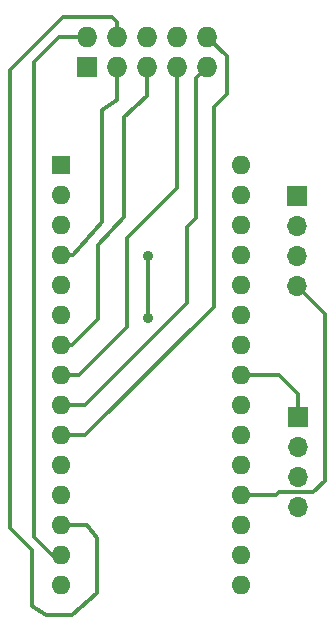
<source format=gtl>
G04 #@! TF.FileFunction,Copper,L1,Top,Signal*
%FSLAX46Y46*%
G04 Gerber Fmt 4.6, Leading zero omitted, Abs format (unit mm)*
G04 Created by KiCad (PCBNEW 4.0.7) date 10/31/17 13:14:18*
%MOMM*%
%LPD*%
G01*
G04 APERTURE LIST*
%ADD10C,0.150000*%
%ADD11R,1.727200X1.727200*%
%ADD12O,1.727200X1.727200*%
%ADD13R,1.700000X1.700000*%
%ADD14O,1.700000X1.700000*%
%ADD15R,1.600000X1.600000*%
%ADD16O,1.600000X1.600000*%
%ADD17C,0.889000*%
%ADD18C,0.304800*%
G04 APERTURE END LIST*
D10*
D11*
X135700000Y-73300000D03*
D12*
X135700000Y-70760000D03*
X138240000Y-73300000D03*
X138240000Y-70760000D03*
X140780000Y-73300000D03*
X140780000Y-70760000D03*
X143320000Y-73300000D03*
X143320000Y-70760000D03*
X145860000Y-73300000D03*
X145860000Y-70760000D03*
D13*
X153450000Y-84250000D03*
D14*
X153450000Y-86790000D03*
X153450000Y-89330000D03*
X153450000Y-91870000D03*
D13*
X153550000Y-103000000D03*
D14*
X153550000Y-105540000D03*
X153550000Y-108080000D03*
X153550000Y-110620000D03*
D15*
X133500000Y-81650000D03*
D16*
X148740000Y-114670000D03*
X133500000Y-84190000D03*
X148740000Y-112130000D03*
X133500000Y-86730000D03*
X148740000Y-109590000D03*
X133500000Y-89270000D03*
X148740000Y-107050000D03*
X133500000Y-91810000D03*
X148740000Y-104510000D03*
X133500000Y-94350000D03*
X148740000Y-101970000D03*
X133500000Y-96890000D03*
X148740000Y-99430000D03*
X133500000Y-99430000D03*
X148740000Y-96890000D03*
X133500000Y-101970000D03*
X148740000Y-94350000D03*
X133500000Y-104510000D03*
X148740000Y-91810000D03*
X133500000Y-107050000D03*
X148740000Y-89270000D03*
X133500000Y-109590000D03*
X148740000Y-86730000D03*
X133500000Y-112130000D03*
X148740000Y-84190000D03*
X133500000Y-114670000D03*
X148740000Y-81650000D03*
X133500000Y-117210000D03*
X148740000Y-117210000D03*
D17*
X140850000Y-94600000D03*
X140850000Y-89300000D03*
D18*
X140850000Y-89300000D02*
X140850000Y-94600000D01*
X133500000Y-89270000D02*
X134530000Y-89270000D01*
X138240000Y-76110000D02*
X138240000Y-73300000D01*
X136950000Y-77000000D02*
X138240000Y-76110000D01*
X136950000Y-86450000D02*
X136950000Y-77000000D01*
X134530000Y-89270000D02*
X136950000Y-86450000D01*
X133500000Y-114670000D02*
X132720000Y-114670000D01*
X132720000Y-114670000D02*
X131200000Y-113150000D01*
X131200000Y-113150000D02*
X131200000Y-72900000D01*
X131200000Y-72900000D02*
X133340000Y-70760000D01*
X133340000Y-70760000D02*
X135700000Y-70760000D01*
X133500000Y-112130000D02*
X135680000Y-112130000D01*
X138240000Y-69540000D02*
X138240000Y-70760000D01*
X137800000Y-69100000D02*
X138240000Y-69540000D01*
X133650000Y-69100000D02*
X137800000Y-69100000D01*
X129150000Y-73600000D02*
X133650000Y-69100000D01*
X129150000Y-112350000D02*
X129150000Y-73600000D01*
X131000000Y-114200000D02*
X129150000Y-112350000D01*
X131000000Y-119000000D02*
X131000000Y-114200000D01*
X132250000Y-119750000D02*
X131000000Y-119000000D01*
X134450000Y-119750000D02*
X132250000Y-119750000D01*
X136550000Y-117850000D02*
X134450000Y-119750000D01*
X136550000Y-113200000D02*
X136550000Y-117850000D01*
X135680000Y-112130000D02*
X136550000Y-113200000D01*
X133500000Y-96890000D02*
X134460000Y-96890000D01*
X140780000Y-75820000D02*
X140780000Y-73300000D01*
X138800000Y-77550000D02*
X140780000Y-75820000D01*
X138800000Y-86050000D02*
X138800000Y-77550000D01*
X136650000Y-88450000D02*
X138800000Y-86050000D01*
X136650000Y-94700000D02*
X136650000Y-88450000D01*
X134460000Y-96890000D02*
X136650000Y-94700000D01*
X133500000Y-99430000D02*
X134970000Y-99430000D01*
X143320000Y-83580000D02*
X143320000Y-73300000D01*
X139050000Y-87850000D02*
X143320000Y-83580000D01*
X139050000Y-95350000D02*
X139050000Y-87850000D01*
X134970000Y-99430000D02*
X139050000Y-95350000D01*
X133500000Y-101970000D02*
X135480000Y-101970000D01*
X144900000Y-74260000D02*
X145860000Y-73300000D01*
X144900000Y-86150000D02*
X144900000Y-74260000D01*
X144150000Y-86900000D02*
X144900000Y-86150000D01*
X144150000Y-93300000D02*
X144150000Y-86900000D01*
X135480000Y-101970000D02*
X144150000Y-93300000D01*
X133500000Y-104510000D02*
X135540000Y-104510000D01*
X147500000Y-72400000D02*
X145860000Y-70760000D01*
X147500000Y-75600000D02*
X147500000Y-72400000D01*
X146400000Y-76700000D02*
X147500000Y-75600000D01*
X146400000Y-93650000D02*
X146400000Y-76700000D01*
X135540000Y-104510000D02*
X146400000Y-93650000D01*
X148740000Y-109590000D02*
X151690000Y-109590000D01*
X155850000Y-94270000D02*
X153450000Y-91870000D01*
X155850000Y-108350000D02*
X155850000Y-94270000D01*
X154850000Y-109350000D02*
X155850000Y-108350000D01*
X151930000Y-109350000D02*
X154850000Y-109350000D01*
X151690000Y-109590000D02*
X151930000Y-109350000D01*
X153550000Y-103000000D02*
X153550000Y-101050000D01*
X151930000Y-99430000D02*
X148740000Y-99430000D01*
X153550000Y-101050000D02*
X151930000Y-99430000D01*
M02*

</source>
